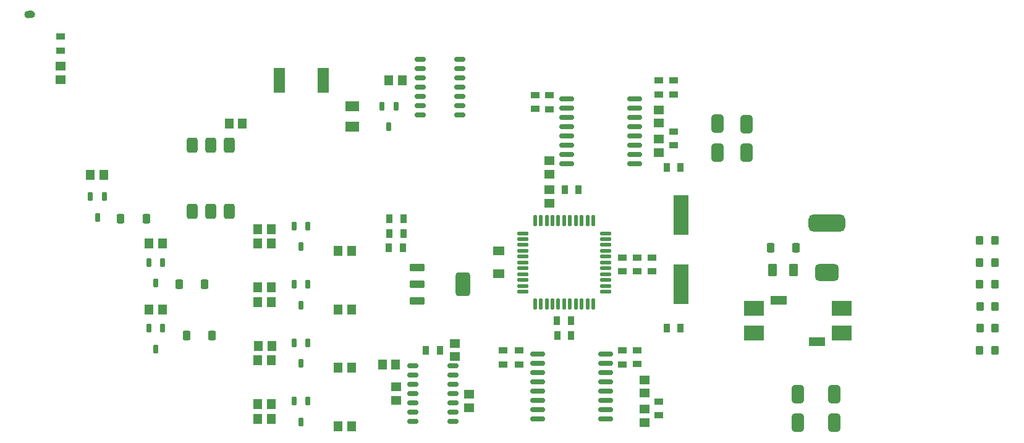
<source format=gtp>
G04*
G04 #@! TF.GenerationSoftware,Altium Limited,Altium Designer,22.7.1 (60)*
G04*
G04 Layer_Color=8421504*
%FSLAX44Y44*%
%MOMM*%
G71*
G04*
G04 #@! TF.SameCoordinates,F110A0D0-B471-48EF-BBF6-E10C2EB46B9C*
G04*
G04*
G04 #@! TF.FilePolarity,Positive*
G04*
G01*
G75*
%ADD17C,1.0000*%
G04:AMPARAMS|DCode=18|XSize=1.5mm|YSize=2.1mm|CornerRadius=0.375mm|HoleSize=0mm|Usage=FLASHONLY|Rotation=0.000|XOffset=0mm|YOffset=0mm|HoleType=Round|Shape=RoundedRectangle|*
%AMROUNDEDRECTD18*
21,1,1.5000,1.3500,0,0,0.0*
21,1,0.7500,2.1000,0,0,0.0*
1,1,0.7500,0.3750,-0.6750*
1,1,0.7500,-0.3750,-0.6750*
1,1,0.7500,-0.3750,0.6750*
1,1,0.7500,0.3750,0.6750*
%
%ADD18ROUNDEDRECTD18*%
G04:AMPARAMS|DCode=19|XSize=0.65mm|YSize=1.25mm|CornerRadius=0.1625mm|HoleSize=0mm|Usage=FLASHONLY|Rotation=0.000|XOffset=0mm|YOffset=0mm|HoleType=Round|Shape=RoundedRectangle|*
%AMROUNDEDRECTD19*
21,1,0.6500,0.9250,0,0,0.0*
21,1,0.3250,1.2500,0,0,0.0*
1,1,0.3250,0.1625,-0.4625*
1,1,0.3250,-0.1625,-0.4625*
1,1,0.3250,-0.1625,0.4625*
1,1,0.3250,0.1625,0.4625*
%
%ADD19ROUNDEDRECTD19*%
%ADD20R,1.1500X1.3500*%
%ADD21R,0.9000X1.3000*%
%ADD22R,1.3500X1.1500*%
G04:AMPARAMS|DCode=23|XSize=0.6mm|YSize=1.45mm|CornerRadius=0.15mm|HoleSize=0mm|Usage=FLASHONLY|Rotation=90.000|XOffset=0mm|YOffset=0mm|HoleType=Round|Shape=RoundedRectangle|*
%AMROUNDEDRECTD23*
21,1,0.6000,1.1500,0,0,90.0*
21,1,0.3000,1.4500,0,0,90.0*
1,1,0.3000,0.5750,0.1500*
1,1,0.3000,0.5750,-0.1500*
1,1,0.3000,-0.5750,-0.1500*
1,1,0.3000,-0.5750,0.1500*
%
%ADD23ROUNDEDRECTD23*%
G04:AMPARAMS|DCode=24|XSize=1mm|YSize=2.1mm|CornerRadius=0.25mm|HoleSize=0mm|Usage=FLASHONLY|Rotation=90.000|XOffset=0mm|YOffset=0mm|HoleType=Round|Shape=RoundedRectangle|*
%AMROUNDEDRECTD24*
21,1,1.0000,1.6000,0,0,90.0*
21,1,0.5000,2.1000,0,0,90.0*
1,1,0.5000,0.8000,0.2500*
1,1,0.5000,0.8000,-0.2500*
1,1,0.5000,-0.8000,-0.2500*
1,1,0.5000,-0.8000,0.2500*
%
%ADD24ROUNDEDRECTD24*%
G04:AMPARAMS|DCode=25|XSize=3.3mm|YSize=2.1mm|CornerRadius=0.525mm|HoleSize=0mm|Usage=FLASHONLY|Rotation=90.000|XOffset=0mm|YOffset=0mm|HoleType=Round|Shape=RoundedRectangle|*
%AMROUNDEDRECTD25*
21,1,3.3000,1.0500,0,0,90.0*
21,1,2.2500,2.1000,0,0,90.0*
1,1,1.0500,0.5250,1.1250*
1,1,1.0500,0.5250,-1.1250*
1,1,1.0500,-0.5250,-1.1250*
1,1,1.0500,-0.5250,1.1250*
%
%ADD25ROUNDEDRECTD25*%
G04:AMPARAMS|DCode=26|XSize=1.2mm|YSize=1.1mm|CornerRadius=0.275mm|HoleSize=0mm|Usage=FLASHONLY|Rotation=270.000|XOffset=0mm|YOffset=0mm|HoleType=Round|Shape=RoundedRectangle|*
%AMROUNDEDRECTD26*
21,1,1.2000,0.5500,0,0,270.0*
21,1,0.6500,1.1000,0,0,270.0*
1,1,0.5500,-0.2750,-0.3250*
1,1,0.5500,-0.2750,0.3250*
1,1,0.5500,0.2750,0.3250*
1,1,0.5500,0.2750,-0.3250*
%
%ADD26ROUNDEDRECTD26*%
%ADD27R,1.3000X0.9000*%
%ADD28R,1.6000X1.2000*%
G04:AMPARAMS|DCode=29|XSize=0.6mm|YSize=2mm|CornerRadius=0.15mm|HoleSize=0mm|Usage=FLASHONLY|Rotation=90.000|XOffset=0mm|YOffset=0mm|HoleType=Round|Shape=RoundedRectangle|*
%AMROUNDEDRECTD29*
21,1,0.6000,1.7000,0,0,90.0*
21,1,0.3000,2.0000,0,0,90.0*
1,1,0.3000,0.8500,0.1500*
1,1,0.3000,0.8500,-0.1500*
1,1,0.3000,-0.8500,-0.1500*
1,1,0.3000,-0.8500,0.1500*
%
%ADD29ROUNDEDRECTD29*%
G04:AMPARAMS|DCode=30|XSize=0.55mm|YSize=1.5mm|CornerRadius=0.1375mm|HoleSize=0mm|Usage=FLASHONLY|Rotation=90.000|XOffset=0mm|YOffset=0mm|HoleType=Round|Shape=RoundedRectangle|*
%AMROUNDEDRECTD30*
21,1,0.5500,1.2250,0,0,90.0*
21,1,0.2750,1.5000,0,0,90.0*
1,1,0.2750,0.6125,0.1375*
1,1,0.2750,0.6125,-0.1375*
1,1,0.2750,-0.6125,-0.1375*
1,1,0.2750,-0.6125,0.1375*
%
%ADD30ROUNDEDRECTD30*%
G04:AMPARAMS|DCode=31|XSize=0.55mm|YSize=1.5mm|CornerRadius=0.1375mm|HoleSize=0mm|Usage=FLASHONLY|Rotation=0.000|XOffset=0mm|YOffset=0mm|HoleType=Round|Shape=RoundedRectangle|*
%AMROUNDEDRECTD31*
21,1,0.5500,1.2250,0,0,0.0*
21,1,0.2750,1.5000,0,0,0.0*
1,1,0.2750,0.1375,-0.6125*
1,1,0.2750,-0.1375,-0.6125*
1,1,0.2750,-0.1375,0.6125*
1,1,0.2750,0.1375,0.6125*
%
%ADD31ROUNDEDRECTD31*%
%ADD32R,1.9500X1.4000*%
%ADD33R,1.5000X3.5000*%
G04:AMPARAMS|DCode=34|XSize=1.3mm|YSize=1.1mm|CornerRadius=0.275mm|HoleSize=0mm|Usage=FLASHONLY|Rotation=270.000|XOffset=0mm|YOffset=0mm|HoleType=Round|Shape=RoundedRectangle|*
%AMROUNDEDRECTD34*
21,1,1.3000,0.5500,0,0,270.0*
21,1,0.7500,1.1000,0,0,270.0*
1,1,0.5500,-0.2750,-0.3750*
1,1,0.5500,-0.2750,0.3750*
1,1,0.5500,0.2750,0.3750*
1,1,0.5500,0.2750,-0.3750*
%
%ADD34ROUNDEDRECTD34*%
%ADD35R,2.2000X1.3000*%
G04:AMPARAMS|DCode=36|XSize=1.75mm|YSize=1.25mm|CornerRadius=0.3125mm|HoleSize=0mm|Usage=FLASHONLY|Rotation=90.000|XOffset=0mm|YOffset=0mm|HoleType=Round|Shape=RoundedRectangle|*
%AMROUNDEDRECTD36*
21,1,1.7500,0.6250,0,0,90.0*
21,1,1.1250,1.2500,0,0,90.0*
1,1,0.6250,0.3125,0.5625*
1,1,0.6250,0.3125,-0.5625*
1,1,0.6250,-0.3125,-0.5625*
1,1,0.6250,-0.3125,0.5625*
%
%ADD36ROUNDEDRECTD36*%
G04:AMPARAMS|DCode=37|XSize=5mm|YSize=2.3mm|CornerRadius=0.575mm|HoleSize=0mm|Usage=FLASHONLY|Rotation=0.000|XOffset=0mm|YOffset=0mm|HoleType=Round|Shape=RoundedRectangle|*
%AMROUNDEDRECTD37*
21,1,5.0000,1.1500,0,0,0.0*
21,1,3.8500,2.3000,0,0,0.0*
1,1,1.1500,1.9250,-0.5750*
1,1,1.1500,-1.9250,-0.5750*
1,1,1.1500,-1.9250,0.5750*
1,1,1.1500,1.9250,0.5750*
%
%ADD37ROUNDEDRECTD37*%
G04:AMPARAMS|DCode=38|XSize=3.3mm|YSize=2.3mm|CornerRadius=0.575mm|HoleSize=0mm|Usage=FLASHONLY|Rotation=0.000|XOffset=0mm|YOffset=0mm|HoleType=Round|Shape=RoundedRectangle|*
%AMROUNDEDRECTD38*
21,1,3.3000,1.1500,0,0,0.0*
21,1,2.1500,2.3000,0,0,0.0*
1,1,1.1500,1.0750,-0.5750*
1,1,1.1500,-1.0750,-0.5750*
1,1,1.1500,-1.0750,0.5750*
1,1,1.1500,1.0750,0.5750*
%
%ADD38ROUNDEDRECTD38*%
%ADD39R,2.8000X2.0000*%
G04:AMPARAMS|DCode=40|XSize=1.7mm|YSize=2.5mm|CornerRadius=0.425mm|HoleSize=0mm|Usage=FLASHONLY|Rotation=180.000|XOffset=0mm|YOffset=0mm|HoleType=Round|Shape=RoundedRectangle|*
%AMROUNDEDRECTD40*
21,1,1.7000,1.6500,0,0,180.0*
21,1,0.8500,2.5000,0,0,180.0*
1,1,0.8500,-0.4250,0.8250*
1,1,0.8500,0.4250,0.8250*
1,1,0.8500,0.4250,-0.8250*
1,1,0.8500,-0.4250,-0.8250*
%
%ADD40ROUNDEDRECTD40*%
%ADD41R,2.0000X5.5000*%
D17*
X50000Y590000D02*
G03*
X45466Y589742I0J-40000D01*
G01*
D18*
X320800Y411000D02*
D03*
X295400D02*
D03*
X270000D02*
D03*
X320800Y320000D02*
D03*
X295400D02*
D03*
X270000D02*
D03*
D19*
X419500Y271500D02*
D03*
X410000Y300000D02*
D03*
X429000D02*
D03*
X220500Y221500D02*
D03*
X211000Y250000D02*
D03*
X230000D02*
D03*
X220500Y131500D02*
D03*
X211000Y160000D02*
D03*
X230000D02*
D03*
X419500Y31500D02*
D03*
X410000Y60000D02*
D03*
X429000D02*
D03*
X419500Y111500D02*
D03*
X410000Y140000D02*
D03*
X429000D02*
D03*
X419500Y191500D02*
D03*
X410000Y220000D02*
D03*
X429000D02*
D03*
X540000Y435750D02*
D03*
X530500Y464250D02*
D03*
X549500D02*
D03*
X140500Y311500D02*
D03*
X131000Y340000D02*
D03*
X150000D02*
D03*
D20*
X229750Y185750D02*
D03*
X211250D02*
D03*
X530750Y110000D02*
D03*
X549250D02*
D03*
X540000Y500000D02*
D03*
X558500D02*
D03*
X149250Y370000D02*
D03*
X130750D02*
D03*
X229750Y275750D02*
D03*
X211250D02*
D03*
X488750Y265750D02*
D03*
X470250D02*
D03*
X488750Y105750D02*
D03*
X470250D02*
D03*
X488750Y25750D02*
D03*
X470250D02*
D03*
X488750Y185750D02*
D03*
X470250D02*
D03*
X378750Y275750D02*
D03*
X360250D02*
D03*
X378750Y195750D02*
D03*
X360250D02*
D03*
X378750Y215750D02*
D03*
X360250D02*
D03*
X378750Y295750D02*
D03*
X360250D02*
D03*
X379500Y135750D02*
D03*
X361000D02*
D03*
X378750Y115750D02*
D03*
X360250D02*
D03*
X378750Y55750D02*
D03*
X360250D02*
D03*
X378750Y35750D02*
D03*
X360250D02*
D03*
X339250Y440000D02*
D03*
X320750D02*
D03*
D21*
X789000Y170000D02*
D03*
X770000D02*
D03*
X789500Y150000D02*
D03*
X770500D02*
D03*
X590500Y130000D02*
D03*
X609500D02*
D03*
X780500Y350000D02*
D03*
X799500D02*
D03*
X540000Y270000D02*
D03*
X559000D02*
D03*
X540500Y290000D02*
D03*
X559500D02*
D03*
X540500Y310000D02*
D03*
X559500D02*
D03*
X920500Y380000D02*
D03*
X939500D02*
D03*
X920500Y160000D02*
D03*
X939500D02*
D03*
D22*
X630000Y139250D02*
D03*
Y120750D02*
D03*
X550000Y60750D02*
D03*
Y79250D02*
D03*
X650000Y69250D02*
D03*
Y50750D02*
D03*
X760000Y389250D02*
D03*
Y370750D02*
D03*
Y350000D02*
D03*
Y331500D02*
D03*
X90000Y519250D02*
D03*
Y500750D02*
D03*
X910000Y459250D02*
D03*
Y440750D02*
D03*
Y419250D02*
D03*
Y400750D02*
D03*
X890000Y89250D02*
D03*
Y70750D02*
D03*
Y49250D02*
D03*
Y30750D02*
D03*
D23*
X627250Y31900D02*
D03*
Y44600D02*
D03*
Y57300D02*
D03*
Y70000D02*
D03*
Y82700D02*
D03*
Y95400D02*
D03*
Y108100D02*
D03*
X572750Y31900D02*
D03*
Y44600D02*
D03*
Y57300D02*
D03*
Y70000D02*
D03*
Y82700D02*
D03*
Y95400D02*
D03*
Y108100D02*
D03*
X637250Y451900D02*
D03*
Y464600D02*
D03*
Y477300D02*
D03*
Y490000D02*
D03*
Y502700D02*
D03*
Y515400D02*
D03*
Y528100D02*
D03*
X582750Y451900D02*
D03*
Y464600D02*
D03*
Y477300D02*
D03*
Y490000D02*
D03*
Y502700D02*
D03*
Y515400D02*
D03*
Y528100D02*
D03*
D24*
X578500Y243000D02*
D03*
Y220000D02*
D03*
Y197000D02*
D03*
D25*
X641500Y220000D02*
D03*
D26*
X1370000Y280000D02*
D03*
X1349000D02*
D03*
X1370000Y250000D02*
D03*
X1349000D02*
D03*
X1370000Y220000D02*
D03*
X1349000D02*
D03*
X1370500Y190000D02*
D03*
X1349500D02*
D03*
X1370500Y160000D02*
D03*
X1349500D02*
D03*
X1370000Y130000D02*
D03*
X1349000D02*
D03*
D27*
X860000Y238000D02*
D03*
Y257000D02*
D03*
X880000Y238000D02*
D03*
Y257000D02*
D03*
X900000Y238000D02*
D03*
Y257000D02*
D03*
X930000Y499500D02*
D03*
Y480500D02*
D03*
X910000Y499500D02*
D03*
Y480500D02*
D03*
X740000Y460500D02*
D03*
Y479500D02*
D03*
X760000Y460000D02*
D03*
Y479000D02*
D03*
X880000Y130000D02*
D03*
Y111000D02*
D03*
X860000Y129500D02*
D03*
Y110500D02*
D03*
X695999D02*
D03*
Y129500D02*
D03*
X717999Y110500D02*
D03*
Y129500D02*
D03*
X90000Y559500D02*
D03*
Y540500D02*
D03*
X930000Y429500D02*
D03*
Y410500D02*
D03*
X910000Y59500D02*
D03*
Y40500D02*
D03*
D28*
X690000Y265500D02*
D03*
Y234500D02*
D03*
D29*
X876500Y385550D02*
D03*
Y398250D02*
D03*
Y410950D02*
D03*
Y423650D02*
D03*
Y436350D02*
D03*
Y449050D02*
D03*
Y461750D02*
D03*
Y474450D02*
D03*
X783500Y385550D02*
D03*
Y398250D02*
D03*
Y410950D02*
D03*
Y423650D02*
D03*
Y436350D02*
D03*
Y449050D02*
D03*
Y461750D02*
D03*
Y474450D02*
D03*
X836500Y35550D02*
D03*
Y48250D02*
D03*
Y60950D02*
D03*
Y73650D02*
D03*
Y86350D02*
D03*
Y99050D02*
D03*
Y111750D02*
D03*
Y124450D02*
D03*
X743500Y35550D02*
D03*
Y48250D02*
D03*
Y60950D02*
D03*
Y73650D02*
D03*
Y86350D02*
D03*
Y99050D02*
D03*
Y111750D02*
D03*
Y124450D02*
D03*
D30*
X723000Y290000D02*
D03*
Y282000D02*
D03*
Y274000D02*
D03*
Y266000D02*
D03*
Y258000D02*
D03*
Y250000D02*
D03*
Y242000D02*
D03*
Y234000D02*
D03*
Y226000D02*
D03*
Y218000D02*
D03*
Y210000D02*
D03*
X837000D02*
D03*
Y218000D02*
D03*
Y226000D02*
D03*
Y234000D02*
D03*
Y242000D02*
D03*
Y250000D02*
D03*
Y258000D02*
D03*
Y266000D02*
D03*
Y274000D02*
D03*
Y282000D02*
D03*
Y290000D02*
D03*
D31*
X740000Y193000D02*
D03*
X748000D02*
D03*
X756000D02*
D03*
X764000D02*
D03*
X772000D02*
D03*
X780000D02*
D03*
X788000D02*
D03*
X796000D02*
D03*
X804000D02*
D03*
X812000D02*
D03*
X820000D02*
D03*
Y307000D02*
D03*
X812000D02*
D03*
X804000D02*
D03*
X796000D02*
D03*
X788000D02*
D03*
X780000D02*
D03*
X772000D02*
D03*
X764000D02*
D03*
X756000D02*
D03*
X748000D02*
D03*
X740000D02*
D03*
D32*
X490000Y464000D02*
D03*
Y436000D02*
D03*
D33*
X390000Y500000D02*
D03*
X450000D02*
D03*
D34*
X172500Y310000D02*
D03*
X207500D02*
D03*
X262500Y150000D02*
D03*
X297500D02*
D03*
X252500Y220000D02*
D03*
X287500D02*
D03*
X1097500Y270000D02*
D03*
X1062500D02*
D03*
D35*
X1073500Y198250D02*
D03*
X1126433Y141683D02*
D03*
D36*
X1065750Y240000D02*
D03*
X1094250D02*
D03*
D37*
X1140000Y304000D02*
D03*
D38*
Y236000D02*
D03*
D39*
X1160000Y153250D02*
D03*
Y186750D02*
D03*
X1040000Y153250D02*
D03*
Y186750D02*
D03*
D40*
X990000Y400500D02*
D03*
Y440000D02*
D03*
X1030000Y400250D02*
D03*
Y439750D02*
D03*
X1100000Y30250D02*
D03*
Y69750D02*
D03*
X1150000Y30250D02*
D03*
Y69750D02*
D03*
D41*
X940000Y220000D02*
D03*
Y315000D02*
D03*
M02*

</source>
